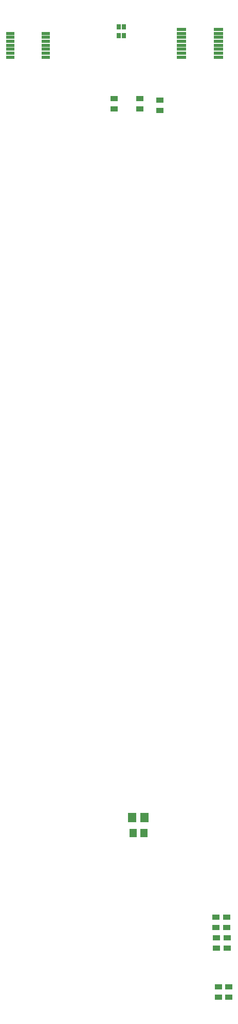
<source format=gbr>
G04 Layer_Color=8421504*
%FSLAX26Y26*%
%MOIN*%
%TF.FileFunction,Paste,Top*%
%TF.Part,Single*%
G01*
G75*
%TA.AperFunction,SMDPad,CuDef*%
G04:AMPARAMS|DCode=10|XSize=17.716mil|YSize=62.992mil|CornerRadius=1.949mil|HoleSize=0mil|Usage=FLASHONLY|Rotation=90.000|XOffset=0mil|YOffset=0mil|HoleType=Round|Shape=RoundedRectangle|*
%AMROUNDEDRECTD10*
21,1,0.017716,0.059094,0,0,90.0*
21,1,0.013819,0.062992,0,0,90.0*
1,1,0.003898,0.029547,0.006910*
1,1,0.003898,0.029547,-0.006910*
1,1,0.003898,-0.029547,-0.006910*
1,1,0.003898,-0.029547,0.006910*
%
%ADD10ROUNDEDRECTD10*%
%ADD11R,0.025591X0.033465*%
%ADD12R,0.051181X0.033465*%
%ADD13R,0.045276X0.057087*%
%ADD14R,0.053150X0.061024*%
G04:AMPARAMS|DCode=15|XSize=17.716mil|YSize=55.118mil|CornerRadius=1.949mil|HoleSize=0mil|Usage=FLASHONLY|Rotation=90.000|XOffset=0mil|YOffset=0mil|HoleType=Round|Shape=RoundedRectangle|*
%AMROUNDEDRECTD15*
21,1,0.017716,0.051221,0,0,90.0*
21,1,0.013819,0.055118,0,0,90.0*
1,1,0.003898,0.025610,0.006910*
1,1,0.003898,0.025610,-0.006910*
1,1,0.003898,-0.025610,-0.006910*
1,1,0.003898,-0.025610,0.006910*
%
%ADD15ROUNDEDRECTD15*%
D10*
X2057921Y2971567D02*
D03*
X2057921Y2945976D02*
D03*
X2057921Y2920386D02*
D03*
X2057921Y2894795D02*
D03*
X2057921Y2869205D02*
D03*
X2057921Y2843614D02*
D03*
X2057921Y2818024D02*
D03*
X2057921Y2792433D02*
D03*
X2298079Y2971567D02*
D03*
X2298079Y2945976D02*
D03*
X2298079Y2920386D02*
D03*
X2298079Y2894795D02*
D03*
X2298079Y2869205D02*
D03*
X2298079Y2843614D02*
D03*
X2298079Y2818024D02*
D03*
X2298079Y2792433D02*
D03*
D11*
X1653268Y2931457D02*
D03*
X1686732Y2931457D02*
D03*
X1686732Y2988543D02*
D03*
X1653268Y2988543D02*
D03*
D12*
X1621378Y2456535D02*
D03*
X1621378Y2523465D02*
D03*
X1920000Y2446535D02*
D03*
X1920000Y2513465D02*
D03*
X1790000Y2456535D02*
D03*
X1790000Y2523465D02*
D03*
X2365063Y-3211134D02*
D03*
X2365063Y-3278062D02*
D03*
X2298134Y-3278063D02*
D03*
X2298134Y-3211133D02*
D03*
X2357190Y-2963102D02*
D03*
X2357190Y-2896174D02*
D03*
X2286323Y-2896172D02*
D03*
X2286323Y-2963102D02*
D03*
X2353252Y-2762316D02*
D03*
X2353252Y-2829244D02*
D03*
X2282386Y-2829244D02*
D03*
X2282386Y-2762316D02*
D03*
D13*
X1815434Y-2220001D02*
D03*
X1744568Y-2220001D02*
D03*
D14*
X1819370Y-2120001D02*
D03*
X1740630Y-2120001D02*
D03*
D15*
X1180063Y2792346D02*
D03*
X1180063Y2817938D02*
D03*
X1180063Y2843528D02*
D03*
X1180063Y2869118D02*
D03*
X1180063Y2894710D02*
D03*
X1180063Y2920300D02*
D03*
X1180063Y2945890D02*
D03*
X947779Y2792346D02*
D03*
X947779Y2817938D02*
D03*
X947779Y2843528D02*
D03*
X947779Y2869118D02*
D03*
X947779Y2894710D02*
D03*
X947779Y2920300D02*
D03*
X947779Y2945890D02*
D03*
%TF.MD5,a550dcb8235c07dbfa480b9c47bc47fb*%
M02*

</source>
